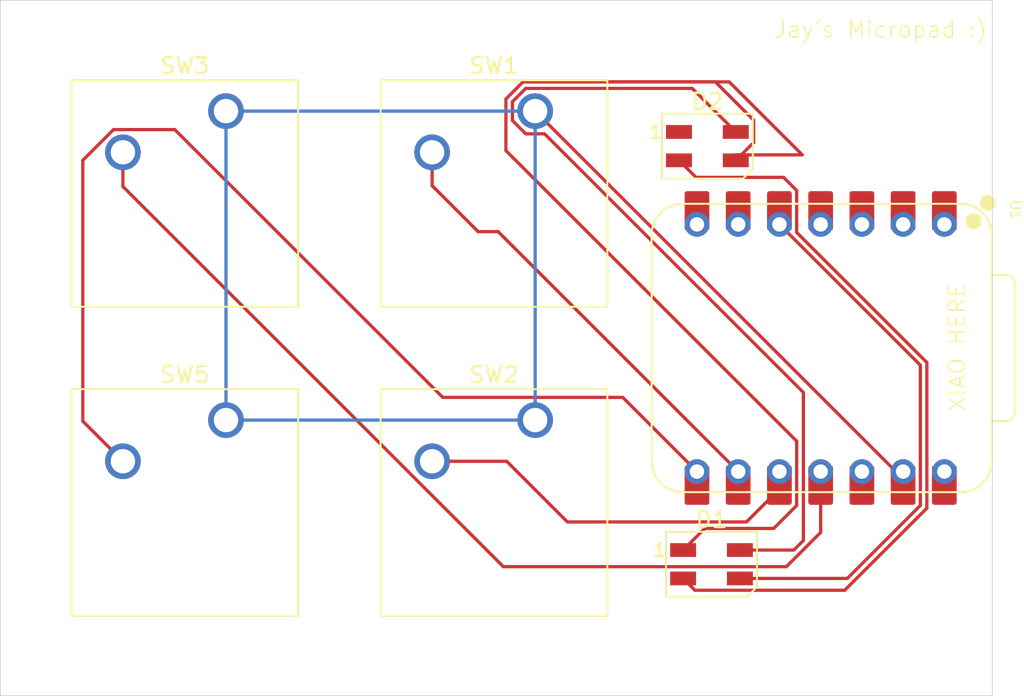
<source format=kicad_pcb>
(kicad_pcb (version 20241229) (generator "pcbnew") (generator_version "9.0")
  (layers (0 "F.Cu" signal) (2 "B.Cu" signal) (13 "F.Paste" user) (15 "B.Paste" user) (5 "F.SilkS" user "F.Silkscreen") (7 "B.SilkS" user "B.Silkscreen") (1 "F.Mask" user) (3 "B.Mask" user) (25 "Edge.Cuts" user))
  (net 0 "")
  (net 1 "Net-(D1-DOUT)")
  (net 2 "Net-(D1-VSS)")
  (net 3 "Net-(D1-DIN)")
  (net 4 "Net-(D1-VDD)")
  (net 6 "Net-(U1-GPIO2{slash}SCK)")
  (net 7 "GND")
  (net 8 "Net-(U1-GPIO4{slash}MISO)")
  (net 9 "Net-(U1-GPIO3{slash}MOSI)")
  (net 10 "Net-(U1-GPIO1{slash}RX)")
  (net 12 "unconnected-(U1-GPIO28{slash}ADC2{slash}A2-Pad3)")
  (net 16 "+5V")
  (footprint "LED_SMD:LED_SK6812MINI_PLCC4_3.5x3.5mm_P1.75mm" (layer "F.Cu") (at 120.015 70.485)
    (property "Reference" "D1" (at 0 -2.75 0) (layer "F.SilkS"))
    (property "Value" "SK6812MINI")
    (fp_line (start -2.8 -2) (end -2.8 2) (stroke (width 0.12)) (layer "F.SilkS"))
    (fp_line (start -2.8 -2) (end 2.8 -2) (stroke (width 0.12)) (layer "F.SilkS"))
    (fp_line (start -2.8 2) (end 2.2 2) (stroke (width 0.12)) (layer "F.SilkS"))
    (fp_line (start 2.8 1.4) (end 2.2 2) (stroke (width 0.12)) (layer "F.SilkS"))
    (fp_line (start 2.8 1.4) (end 2.8 -2) (stroke (width 0.12)) (layer "F.SilkS"))
    (fp_text user "1" (at -3.2 -0.875 0) (layer "F.SilkS") (effects (font (size 0.8 0.8))))
    (pad "1" smd rect (at -1.75 -0.875) (size 1.6 0.85) (layers "F.Cu" "F.Mask" "F.Paste") (net 1 "Net-(D1-DOUT)"))
    (pad "2" smd rect (at -1.75 0.875) (size 1.6 0.85) (layers "F.Cu" "F.Mask" "F.Paste") (net 2 "Net-(D1-VSS)"))
    (pad "3" smd rect (at 1.75 0.875) (size 1.6 0.85) (layers "F.Cu" "F.Mask" "F.Paste") (net 3 "Net-(D1-DIN)"))
    (pad "4" smd rect (at 1.75 -0.875) (size 1.6 0.85) (layers "F.Cu" "F.Mask" "F.Paste") (net 4 "Net-(D1-VDD)"))
  )
  (footprint "OPL:XIAO-RP2040-DIP" (layer "F.Cu") (at 126.7395 57.15 -90)
    (property "Reference" "U1" (at -8.5 -12 270) (layer "F.SilkS") (effects (font (size 0.635 0.635) (thickness 0.1016))))
    (property "Value" "XIAO-RP2040-DIP")
    (fp_line (start -6.985 10.414) (end 6.985 10.414) (stroke (width 0.127)) (layer "F.SilkS"))
    (fp_line (start -8.89 8.509) (end -8.89 -8.636) (stroke (width 0.127)) (layer "F.SilkS"))
    (fp_line (start 8.89 8.509) (end 8.89 -8.636) (stroke (width 0.127)) (layer "F.SilkS"))
    (fp_line (start -4.495 -10.541) (end -4.491272 -11.451272) (stroke (width 0.127)) (layer "F.SilkS"))
    (fp_line (start 6.985 -10.541) (end -6.985 -10.541) (stroke (width 0.1)) (layer "F.SilkS"))
    (fp_line (start 6.985 -10.541) (end -6.985 -10.541) (stroke (width 0.127)) (layer "F.SilkS"))
    (fp_line (start 4.504 -11.451) (end 4.504 -10.541) (stroke (width 0.127)) (layer "F.SilkS"))
    (fp_line (start -3.991272 -11.951) (end 4.004 -11.951) (stroke (width 0.127)) (layer "F.SilkS"))
    (fp_arc (start -6.985 10.414) (mid -8.332038 9.856038) (end -8.89 8.509) (stroke (width 0.127)) (layer "F.SilkS"))
    (fp_arc (start 8.89 8.509) (mid 8.332038 9.856038) (end 6.985 10.414) (stroke (width 0.127)) (layer "F.SilkS"))
    (fp_arc (start -8.89 -8.636) (mid -8.332038 -9.983038) (end -6.985 -10.541) (stroke (width 0.127)) (layer "F.SilkS"))
    (fp_arc (start 6.985 -10.541) (mid 8.332038 -9.983038) (end 8.89 -8.636) (stroke (width 0.127)) (layer "F.SilkS"))
    (fp_arc (start -4.491272 -11.451272) (mid -4.344728 -11.80464) (end -3.991272 -11.951) (stroke (width 0.127)) (layer "F.SilkS"))
    (fp_arc (start 4.004 -11.951) (mid 4.357553 -11.804553) (end 4.504 -11.451) (stroke (width 0.127)) (layer "F.SilkS"))
    (fp_circle (center -7.807 -9.42) (end -7.807 -9.674) (stroke (width 0.5)) (fill yes) (layer "F.SilkS"))
    (fp_circle (center -8.95 -10.3) (end -8.95 -10.554) (stroke (width 0.5)) (fill yes) (layer "F.SilkS"))
    (pad "1" smd roundrect (at -8.455 -7.62 90) (size 2.432 1.524) (layers "F.Cu" "F.Mask") (roundrect_rratio 0.1))
    (pad "1" thru_hole circle (at -7.62 -7.62 90) (size 1.524 1.524) (drill 0.889) (layers "*.Cu" "*.Mask"))
    (pad "2" smd roundrect (at -8.455 -5.08 90) (size 2.432 1.524) (layers "F.Cu" "F.Mask") (roundrect_rratio 0.1))
    (pad "2" thru_hole circle (at -7.62 -5.08 90) (size 1.524 1.524) (drill 0.889) (layers "*.Cu" "*.Mask"))
    (pad "3" smd roundrect (at -8.455 -2.54 90) (size 2.432 1.524) (layers "F.Cu" "F.Mask") (roundrect_rratio 0.1) (net 12 "unconnected-(U1-GPIO28{slash}ADC2{slash}A2-Pad3)"))
    (pad "3" thru_hole circle (at -7.62 -2.54 90) (size 1.524 1.524) (drill 0.889) (layers "*.Cu" "*.Mask") (net 12 "unconnected-(U1-GPIO28{slash}ADC2{slash}A2-Pad3)"))
    (pad "4" smd roundrect (at -8.455 0 90) (size 2.432 1.524) (layers "F.Cu" "F.Mask") (roundrect_rratio 0.1))
    (pad "4" thru_hole circle (at -7.62 0 90) (size 1.524 1.524) (drill 0.889) (layers "*.Cu" "*.Mask"))
    (pad "5" smd roundrect (at -8.455 2.54 90) (size 2.432 1.524) (layers "F.Cu" "F.Mask") (roundrect_rratio 0.1) (net 3 "Net-(D1-DIN)"))
    (pad "5" thru_hole circle (at -7.62 2.54 90) (size 1.524 1.524) (drill 0.889) (layers "*.Cu" "*.Mask") (net 3 "Net-(D1-DIN)"))
    (pad "6" smd roundrect (at -8.455 5.08 90) (size 2.432 1.524) (layers "F.Cu" "F.Mask") (roundrect_rratio 0.1))
    (pad "6" thru_hole circle (at -7.62 5.08 90) (size 1.524 1.524) (drill 0.889) (layers "*.Cu" "*.Mask"))
    (pad "7" smd roundrect (at -8.455 7.62 90) (size 2.432 1.524) (layers "F.Cu" "F.Mask") (roundrect_rratio 0.1))
    (pad "7" thru_hole circle (at -7.62 7.62 90) (size 1.524 1.524) (drill 0.889) (layers "*.Cu" "*.Mask"))
    (pad "8" thru_hole circle (at 7.62 7.62 270) (size 1.524 1.524) (drill 0.889) (layers "*.Cu" "*.Mask") (net 10 "Net-(U1-GPIO1{slash}RX)"))
    (pad "8" smd roundrect (at 8.455 7.62 270) (size 2.432 1.524) (layers "F.Cu" "F.Mask") (roundrect_rratio 0.1) (net 10 "Net-(U1-GPIO1{slash}RX)"))
    (pad "9" thru_hole circle (at 7.62 5.08 270) (size 1.524 1.524) (drill 0.889) (layers "*.Cu" "*.Mask") (net 6 "Net-(U1-GPIO2{slash}SCK)"))
    (pad "9" smd roundrect (at 8.455 5.08 270) (size 2.432 1.524) (layers "F.Cu" "F.Mask") (roundrect_rratio 0.1) (net 6 "Net-(U1-GPIO2{slash}SCK)"))
    (pad "10" thru_hole circle (at 7.62 2.54 270) (size 1.524 1.524) (drill 0.889) (layers "*.Cu" "*.Mask") (net 8 "Net-(U1-GPIO4{slash}MISO)"))
    (pad "10" smd roundrect (at 8.455 2.54 270) (size 2.432 1.524) (layers "F.Cu" "F.Mask") (roundrect_rratio 0.1) (net 8 "Net-(U1-GPIO4{slash}MISO)"))
    (pad "11" thru_hole circle (at 7.62 0 270) (size 1.524 1.524) (drill 0.889) (layers "*.Cu" "*.Mask") (net 9 "Net-(U1-GPIO3{slash}MOSI)"))
    (pad "11" smd roundrect (at 8.455 0 270) (size 2.432 1.524) (layers "F.Cu" "F.Mask") (roundrect_rratio 0.1) (net 9 "Net-(U1-GPIO3{slash}MOSI)"))
    (pad "12" thru_hole circle (at 7.62 -2.54 270) (size 1.524 1.524) (drill 0.889) (layers "*.Cu" "*.Mask"))
    (pad "12" smd roundrect (at 8.455 -2.54 270) (size 2.432 1.524) (layers "F.Cu" "F.Mask") (roundrect_rratio 0.1))
    (pad "13" thru_hole circle (at 7.62 -5.08 270) (size 1.524 1.524) (drill 0.889) (layers "*.Cu" "*.Mask") (net 7 "GND"))
    (pad "13" smd roundrect (at 8.455 -5.08 270) (size 2.432 1.524) (layers "F.Cu" "F.Mask") (roundrect_rratio 0.1) (net 7 "GND"))
    (pad "14" thru_hole circle (at 7.62 -7.62 270) (size 1.524 1.524) (drill 0.889) (layers "*.Cu" "*.Mask") (net 16 "+5V"))
    (pad "14" smd roundrect (at 8.455 -7.62 270) (size 2.432 1.524) (layers "F.Cu" "F.Mask") (roundrect_rratio 0.1) (net 16 "+5V"))
  )
  (footprint "Button_Switch_Keyboard:SW_Cherry_MX_1.00u_PCB" (layer "F.Cu") (at 109.149 42.545)
    (property "Reference" "SW1" (at -2.54 -2.794 0) (layer "F.SilkS"))
    (property "Value" "SW_Push")
    (fp_line (start -9.525 -1.905) (end 4.445 -1.905) (stroke (width 0.12)) (layer "F.SilkS"))
    (fp_line (start -9.525 12.065) (end -9.525 -1.905) (stroke (width 0.12)) (layer "F.SilkS"))
    (fp_line (start 4.445 -1.905) (end 4.445 12.065) (stroke (width 0.12)) (layer "F.SilkS"))
    (fp_line (start 4.445 12.065) (end -9.525 12.065) (stroke (width 0.12)) (layer "F.SilkS"))
    (pad "" np_thru_hole circle (at -7.62 5.08) (size 1.7 1.7) (drill 1.7) (layers "*.Cu" "*.Mask"))
    (pad "" np_thru_hole circle (at -2.54 5.08) (size 4 4) (drill 4) (layers "*.Cu" "*.Mask"))
    (pad "" np_thru_hole circle (at 2.54 5.08) (size 1.7 1.7) (drill 1.7) (layers "*.Cu" "*.Mask"))
    (pad "1" thru_hole circle (at 0 0) (size 2.2 2.2) (drill 1.5) (layers "*.Cu" "*.Mask") (net 7 "GND"))
    (pad "2" thru_hole circle (at -6.35 2.54) (size 2.2 2.2) (drill 1.5) (layers "*.Cu" "*.Mask") (net 6 "Net-(U1-GPIO2{slash}SCK)"))
  )
  (footprint "Button_Switch_Keyboard:SW_Cherry_MX_1.00u_PCB" (layer "F.Cu") (at 90.099 61.595)
    (property "Reference" "SW5" (at -2.54 -2.794 0) (layer "F.SilkS"))
    (property "Value" "SW_Push")
    (fp_line (start -9.525 -1.905) (end 4.445 -1.905) (stroke (width 0.12)) (layer "F.SilkS"))
    (fp_line (start -9.525 12.065) (end -9.525 -1.905) (stroke (width 0.12)) (layer "F.SilkS"))
    (fp_line (start 4.445 -1.905) (end 4.445 12.065) (stroke (width 0.12)) (layer "F.SilkS"))
    (fp_line (start 4.445 12.065) (end -9.525 12.065) (stroke (width 0.12)) (layer "F.SilkS"))
    (pad "" np_thru_hole circle (at -7.62 5.08) (size 1.7 1.7) (drill 1.7) (layers "*.Cu" "*.Mask"))
    (pad "" np_thru_hole circle (at -2.54 5.08) (size 4 4) (drill 4) (layers "*.Cu" "*.Mask"))
    (pad "" np_thru_hole circle (at 2.54 5.08) (size 1.7 1.7) (drill 1.7) (layers "*.Cu" "*.Mask"))
    (pad "1" thru_hole circle (at 0 0) (size 2.2 2.2) (drill 1.5) (layers "*.Cu" "*.Mask") (net 7 "GND"))
    (pad "2" thru_hole circle (at -6.35 2.54) (size 2.2 2.2) (drill 1.5) (layers "*.Cu" "*.Mask") (net 10 "Net-(U1-GPIO1{slash}RX)"))
  )
  (footprint "Button_Switch_Keyboard:SW_Cherry_MX_1.00u_PCB" (layer "F.Cu") (at 109.149 61.595)
    (property "Reference" "SW2" (at -2.54 -2.794 0) (layer "F.SilkS"))
    (property "Value" "SW_Push")
    (fp_line (start -9.525 -1.905) (end 4.445 -1.905) (stroke (width 0.12)) (layer "F.SilkS"))
    (fp_line (start -9.525 12.065) (end -9.525 -1.905) (stroke (width 0.12)) (layer "F.SilkS"))
    (fp_line (start 4.445 -1.905) (end 4.445 12.065) (stroke (width 0.12)) (layer "F.SilkS"))
    (fp_line (start 4.445 12.065) (end -9.525 12.065) (stroke (width 0.12)) (layer "F.SilkS"))
    (pad "" np_thru_hole circle (at -7.62 5.08) (size 1.7 1.7) (drill 1.7) (layers "*.Cu" "*.Mask"))
    (pad "" np_thru_hole circle (at -2.54 5.08) (size 4 4) (drill 4) (layers "*.Cu" "*.Mask"))
    (pad "" np_thru_hole circle (at 2.54 5.08) (size 1.7 1.7) (drill 1.7) (layers "*.Cu" "*.Mask"))
    (pad "1" thru_hole circle (at 0 0) (size 2.2 2.2) (drill 1.5) (layers "*.Cu" "*.Mask") (net 7 "GND"))
    (pad "2" thru_hole circle (at -6.35 2.54) (size 2.2 2.2) (drill 1.5) (layers "*.Cu" "*.Mask") (net 8 "Net-(U1-GPIO4{slash}MISO)"))
  )
  (footprint "Button_Switch_Keyboard:SW_Cherry_MX_1.00u_PCB" (layer "F.Cu") (at 90.099 42.545)
    (property "Reference" "SW3" (at -2.54 -2.794 0) (layer "F.SilkS"))
    (property "Value" "SW_Push")
    (fp_line (start -9.525 -1.905) (end 4.445 -1.905) (stroke (width 0.12)) (layer "F.SilkS"))
    (fp_line (start -9.525 12.065) (end -9.525 -1.905) (stroke (width 0.12)) (layer "F.SilkS"))
    (fp_line (start 4.445 -1.905) (end 4.445 12.065) (stroke (width 0.12)) (layer "F.SilkS"))
    (fp_line (start 4.445 12.065) (end -9.525 12.065) (stroke (width 0.12)) (layer "F.SilkS"))
    (pad "" np_thru_hole circle (at -7.62 5.08) (size 1.7 1.7) (drill 1.7) (layers "*.Cu" "*.Mask"))
    (pad "" np_thru_hole circle (at -2.54 5.08) (size 4 4) (drill 4) (layers "*.Cu" "*.Mask"))
    (pad "" np_thru_hole circle (at 2.54 5.08) (size 1.7 1.7) (drill 1.7) (layers "*.Cu" "*.Mask"))
    (pad "1" thru_hole circle (at 0 0) (size 2.2 2.2) (drill 1.5) (layers "*.Cu" "*.Mask") (net 7 "GND"))
    (pad "2" thru_hole circle (at -6.35 2.54) (size 2.2 2.2) (drill 1.5) (layers "*.Cu" "*.Mask") (net 9 "Net-(U1-GPIO3{slash}MOSI)"))
  )
  (footprint "LED_SMD:LED_SK6812MINI_PLCC4_3.5x3.5mm_P1.75mm" (layer "F.Cu") (at 119.761 44.704)
    (property "Reference" "D2" (at 0 -2.75 0) (layer "F.SilkS"))
    (property "Value" "SK6812MINI")
    (fp_line (start -2.8 -2) (end -2.8 2) (stroke (width 0.12)) (layer "F.SilkS"))
    (fp_line (start -2.8 -2) (end 2.8 -2) (stroke (width 0.12)) (layer "F.SilkS"))
    (fp_line (start -2.8 2) (end 2.2 2) (stroke (width 0.12)) (layer "F.SilkS"))
    (fp_line (start 2.8 1.4) (end 2.2 2) (stroke (width 0.12)) (layer "F.SilkS"))
    (fp_line (start 2.8 1.4) (end 2.8 -2) (stroke (width 0.12)) (layer "F.SilkS"))
    (fp_text user "1" (at -3.2 -0.875 0) (layer "F.SilkS") (effects (font (size 0.8 0.8))))
    (pad "1" smd rect (at -1.75 -0.875) (size 1.6 0.85) (layers "F.Cu" "F.Mask" "F.Paste"))
    (pad "2" smd rect (at -1.75 0.875) (size 1.6 0.85) (layers "F.Cu" "F.Mask" "F.Paste") (net 2 "Net-(D1-VSS)"))
    (pad "3" smd rect (at 1.75 0.875) (size 1.6 0.85) (layers "F.Cu" "F.Mask" "F.Paste") (net 1 "Net-(D1-DOUT)"))
    (pad "4" smd rect (at 1.75 -0.875) (size 1.6 0.85) (layers "F.Cu" "F.Mask" "F.Paste") (net 4 "Net-(D1-VDD)"))
  )
  (gr_rect (start 76.2 35.71875) (end 137.31875 78.58125) (stroke (width 0.05)) (fill no) (layer "Edge.Cuts"))
  (gr_text "Jay's Micropad :)" (at 123.825 38.1 0) (layer "F.SilkS") (effects (font (size 1 1) (thickness 0.1)) (justify left bottom)))
  (gr_text "XIAO HERE" (at 135.73125 61.154 90) (layer "F.SilkS") (effects (font (size 1 1) (thickness 0.1)) (justify left bottom)))
  (segment (start 121.44375 45.24375) (end 125.606876 45.24375) (width 0.2) (layer "F.Cu") (net 1))
  (segment (start 121.106126 40.743) (end 108.402586 40.743) (width 0.2) (layer "F.Cu") (net 1))
  (segment (start 125.2625 66.860626) (end 123.846126 68.277) (width 0.2) (layer "F.Cu") (net 1))
  (segment (start 121.84625 45.24375) (end 121.44375 45.24375) (width 0.2) (layer "F.Cu") (net 1))
  (segment (start 122.612 43.103) (end 122.612 44.478) (width 0.2) (layer "F.Cu") (net 1))
  (segment (start 107.347 41.798586) (end 107.347 44.98147) (width 0.2) (layer "F.Cu") (net 1))
  (segment (start 120.252 40.743) (end 122.612 43.103) (width 0.2) (layer "F.Cu") (net 1))
  (segment (start 123.846126 68.277) (end 119.598 68.277) (width 0.2) (layer "F.Cu") (net 1))
  (segment (start 108.402586 40.743) (end 107.347 41.798586) (width 0.2) (layer "F.Cu") (net 1))
  (segment (start 108.402586 40.743) (end 120.252 40.743) (width 0.2) (layer "F.Cu") (net 1))
  (segment (start 119.598 68.277) (end 118.265 69.61) (width 0.2) (layer "F.Cu") (net 1))
  (segment (start 107.347 44.98147) (end 125.2625 62.89697) (width 0.2) (layer "F.Cu") (net 1))
  (segment (start 125.606876 45.24375) (end 121.106126 40.743) (width 0.2) (layer "F.Cu") (net 1))
  (segment (start 125.2625 62.89697) (end 125.2625 66.860626) (width 0.2) (layer "F.Cu") (net 1))
  (segment (start 122.612 44.478) (end 121.84625 45.24375) (width 0.2) (layer "F.Cu") (net 1))
  (segment (start 118.011 45.579) (end 119.0625 46.6305) (width 0.2) (layer "F.Cu") (net 2))
  (segment (start 125.2625 50.0259) (end 133.2835 58.0469) (width 0.2) (layer "F.Cu") (net 2))
  (segment (start 119.0625 46.6305) (end 124.453626 46.6305) (width 0.2) (layer "F.Cu") (net 2))
  (segment (start 124.453626 46.6305) (end 125.2625 47.439374) (width 0.2) (layer "F.Cu") (net 2))
  (segment (start 118.991 72.086) (end 118.265 71.36) (width 0.2) (layer "F.Cu") (net 2))
  (segment (start 133.2835 58.0469) (end 133.2835 67.026726) (width 0.2) (layer "F.Cu") (net 2))
  (segment (start 128.224226 72.086) (end 118.991 72.086) (width 0.2) (layer "F.Cu") (net 2))
  (segment (start 125.2625 47.439374) (end 125.2625 50.0259) (width 0.2) (layer "F.Cu") (net 2))
  (segment (start 133.2835 67.026726) (end 128.224226 72.086) (width 0.2) (layer "F.Cu") (net 2))
  (segment (start 132.8825 66.860626) (end 128.383126 71.36) (width 0.2) (layer "F.Cu") (net 3))
  (segment (start 128.383126 71.36) (end 121.765 71.36) (width 0.2) (layer "F.Cu") (net 3))
  (segment (start 132.8825 58.213) (end 132.8825 66.860626) (width 0.2) (layer "F.Cu") (net 3))
  (segment (start 124.1995 49.53) (end 132.8825 58.213) (width 0.2) (layer "F.Cu") (net 3))
  (segment (start 108.568686 43.946) (end 109.729314 43.946) (width 0.2) (layer "F.Cu") (net 4))
  (segment (start 107.748 41.964686) (end 107.748 43.125314) (width 0.2) (layer "F.Cu") (net 4))
  (segment (start 125.6765 59.893186) (end 125.6765 69.0189) (width 0.2) (layer "F.Cu") (net 4))
  (segment (start 125.0854 69.61) (end 121.765 69.61) (width 0.2) (layer "F.Cu") (net 4))
  (segment (start 109.729314 43.946) (end 125.6765 59.893186) (width 0.2) (layer "F.Cu") (net 4))
  (segment (start 125.6765 69.0189) (end 125.0854 69.61) (width 0.2) (layer "F.Cu") (net 4))
  (segment (start 121.511 43.829) (end 118.826 41.144) (width 0.2) (layer "F.Cu") (net 4))
  (segment (start 107.748 43.125314) (end 108.568686 43.946) (width 0.2) (layer "F.Cu") (net 4))
  (segment (start 108.568686 41.144) (end 107.748 41.964686) (width 0.2) (layer "F.Cu") (net 4))
  (segment (start 118.826 41.144) (end 108.568686 41.144) (width 0.2) (layer "F.Cu") (net 4))
  (segment (start 102.799 47.139816) (end 102.799 45.085) (width 0.2) (layer "F.Cu") (net 6))
  (segment (start 121.6595 64.77) (end 106.8655 49.976) (width 0.2) (layer "F.Cu") (net 6))
  (segment (start 105.635184 49.976) (end 102.799 47.139816) (width 0.2) (layer "F.Cu") (net 6))
  (segment (start 106.8655 49.976) (end 105.635184 49.976) (width 0.2) (layer "F.Cu") (net 6))
  (segment (start 131.374 64.77) (end 131.8195 64.77) (width 0.2) (layer "F.Cu") (net 7))
  (segment (start 109.149 42.545) (end 131.374 64.77) (width 0.2) (layer "F.Cu") (net 7))
  (segment (start 90.099 61.595) (end 90.099 42.545) (width 0.2) (layer "B.Cu") (net 7))
  (segment (start 109.149 61.595) (end 90.099 61.595) (width 0.2) (layer "B.Cu") (net 7))
  (segment (start 90.099 42.545) (end 109.149 42.545) (width 0.2) (layer "B.Cu") (net 7))
  (segment (start 109.149 61.595) (end 109.149 42.545) (width 0.2) (layer "B.Cu") (net 7))
  (segment (start 124.1995 64.77) (end 124.1995 65.84763) (width 0.2) (layer "F.Cu") (net 8))
  (segment (start 111.134816 67.876) (end 107.393816 64.135) (width 0.2) (layer "F.Cu") (net 8))
  (segment (start 124.1995 65.84763) (end 122.17113 67.876) (width 0.2) (layer "F.Cu") (net 8))
  (segment (start 107.393816 64.135) (end 102.799 64.135) (width 0.2) (layer "F.Cu") (net 8))
  (segment (start 122.17113 67.876) (end 111.134816 67.876) (width 0.2) (layer "F.Cu") (net 8))
  (segment (start 126.7395 68.523) (end 124.6285 70.634) (width 0.2) (layer "F.Cu") (net 9))
  (segment (start 126.7395 64.77) (end 126.7395 68.523) (width 0.2) (layer "F.Cu") (net 9))
  (segment (start 83.749 47.19653) (end 83.749 45.085) (width 0.2) (layer "F.Cu") (net 9))
  (segment (start 107.18647 70.634) (end 83.749 47.19653) (width 0.2) (layer "F.Cu") (net 9))
  (segment (start 124.6285 70.634) (end 107.18647 70.634) (width 0.2) (layer "F.Cu") (net 9))
  (segment (start 81.278 61.664) (end 81.278 45.574686) (width 0.2) (layer "F.Cu") (net 10))
  (segment (start 103.452816 60.194) (end 114.5435 60.194) (width 0.2) (layer "F.Cu") (net 10))
  (segment (start 114.5435 60.194) (end 119.1195 64.77) (width 0.2) (layer "F.Cu") (net 10))
  (segment (start 86.942816 43.684) (end 103.452816 60.194) (width 0.2) (layer "F.Cu") (net 10))
  (segment (start 81.278 45.574686) (end 83.168686 43.684) (width 0.2) (layer "F.Cu") (net 10))
  (segment (start 83.749 64.135) (end 81.278 61.664) (width 0.2) (layer "F.Cu") (net 10))
  (segment (start 83.168686 43.684) (end 86.942816 43.684) (width 0.2) (layer "F.Cu") (net 10))
  (segment (start 129.2795 49.53) (end 129.2795 48.695) (width 0.2) (layer "F.Cu") (net 12))
)
</source>
